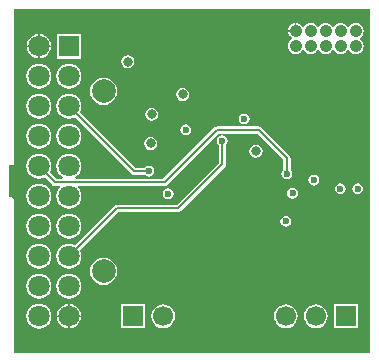
<source format=gbl>
%FSLAX43Y43*%
%MOMM*%
G71*
G01*
G75*
G04 Layer_Physical_Order=4*
G04 Layer_Color=16711680*
%ADD10R,0.650X0.500*%
%ADD11R,1.600X1.000*%
%ADD12R,2.500X3.000*%
%ADD13R,0.675X0.250*%
%ADD14R,0.250X0.675*%
%ADD15R,1.500X1.100*%
%ADD16R,0.400X0.400*%
%ADD17R,1.400X0.600*%
%ADD18R,0.650X0.800*%
%ADD19R,1.000X0.950*%
%ADD20R,0.600X0.900*%
%ADD21R,0.800X0.650*%
%ADD22R,0.500X0.650*%
%ADD23R,0.900X0.600*%
%ADD24C,0.254*%
%ADD25C,0.200*%
%ADD26C,0.300*%
%ADD27C,0.250*%
%ADD28C,1.700*%
%ADD29R,1.700X1.700*%
%ADD30C,1.800*%
%ADD31R,1.800X1.800*%
%ADD32C,1.050*%
%ADD33C,2.000*%
%ADD34C,0.600*%
%ADD35C,1.016*%
%ADD36C,1.600*%
G04:AMPARAMS|DCode=37|XSize=2.524mm|YSize=2.524mm|CornerRadius=0mm|HoleSize=0mm|Usage=FLASHONLY|Rotation=0.000|XOffset=0mm|YOffset=0mm|HoleType=Round|Shape=Relief|Width=0.254mm|Gap=0.254mm|Entries=4|*
%AMTHD37*
7,0,0,2.524,2.016,0.254,45*
%
%ADD37THD37*%
G04:AMPARAMS|DCode=38|XSize=1.45mm|YSize=1.45mm|CornerRadius=0mm|HoleSize=0mm|Usage=FLASHONLY|Rotation=0.000|XOffset=0mm|YOffset=0mm|HoleType=Round|Shape=Relief|Width=0.2mm|Gap=0.2mm|Entries=4|*
%AMTHD38*
7,0,0,1.450,1.050,0.200,45*
%
%ADD38THD38*%
%ADD39C,1.250*%
%ADD40C,2.600*%
%ADD41C,0.900*%
%ADD42C,0.800*%
G36*
X30596Y429D02*
X404D01*
Y13450D01*
X388Y13528D01*
X344Y13594D01*
X278Y13638D01*
X200Y13654D01*
X0D01*
Y16346D01*
X200D01*
X278Y16362D01*
X344Y16406D01*
X388Y16472D01*
X404Y16550D01*
Y29596D01*
X30596D01*
Y429D01*
D02*
G37*
%LPC*%
G36*
X2530Y12249D02*
X2256Y12213D01*
X2000Y12107D01*
X1781Y11939D01*
X1613Y11720D01*
X1507Y11464D01*
X1471Y11190D01*
X1507Y10916D01*
X1613Y10660D01*
X1781Y10441D01*
X2000Y10273D01*
X2256Y10167D01*
X2530Y10131D01*
X2804Y10167D01*
X3060Y10273D01*
X3279Y10441D01*
X3447Y10660D01*
X3553Y10916D01*
X3589Y11190D01*
X3553Y11464D01*
X3447Y11720D01*
X3279Y11939D01*
X3060Y12107D01*
X2804Y12213D01*
X2530Y12249D01*
D02*
G37*
G36*
X5070D02*
X4796Y12213D01*
X4540Y12107D01*
X4321Y11939D01*
X4153Y11720D01*
X4047Y11464D01*
X4011Y11190D01*
X4047Y10916D01*
X4153Y10660D01*
X4321Y10441D01*
X4540Y10273D01*
X4796Y10167D01*
X5070Y10131D01*
X5344Y10167D01*
X5600Y10273D01*
X5819Y10441D01*
X5987Y10660D01*
X6093Y10916D01*
X6129Y11190D01*
X6093Y11464D01*
X5987Y11720D01*
X5819Y11939D01*
X5600Y12107D01*
X5344Y12213D01*
X5070Y12249D01*
D02*
G37*
G36*
X2530Y9709D02*
X2256Y9673D01*
X2000Y9567D01*
X1781Y9399D01*
X1613Y9180D01*
X1507Y8924D01*
X1471Y8650D01*
X1507Y8376D01*
X1613Y8120D01*
X1781Y7901D01*
X2000Y7733D01*
X2256Y7627D01*
X2530Y7591D01*
X2804Y7627D01*
X3060Y7733D01*
X3279Y7901D01*
X3447Y8120D01*
X3553Y8376D01*
X3589Y8650D01*
X3553Y8924D01*
X3447Y9180D01*
X3279Y9399D01*
X3060Y9567D01*
X2804Y9673D01*
X2530Y9709D01*
D02*
G37*
G36*
X5070Y7169D02*
X4796Y7133D01*
X4540Y7027D01*
X4321Y6859D01*
X4153Y6640D01*
X4047Y6384D01*
X4011Y6110D01*
X4047Y5836D01*
X4153Y5580D01*
X4321Y5361D01*
X4540Y5193D01*
X4796Y5087D01*
X5070Y5051D01*
X5344Y5087D01*
X5600Y5193D01*
X5819Y5361D01*
X5987Y5580D01*
X6093Y5836D01*
X6129Y6110D01*
X6093Y6384D01*
X5987Y6640D01*
X5819Y6859D01*
X5600Y7027D01*
X5344Y7133D01*
X5070Y7169D01*
D02*
G37*
G36*
X8000Y8540D02*
X7700Y8500D01*
X7420Y8385D01*
X7180Y8200D01*
X6995Y7960D01*
X6880Y7680D01*
X6840Y7380D01*
X6880Y7080D01*
X6995Y6800D01*
X7180Y6560D01*
X7420Y6375D01*
X7700Y6260D01*
X8000Y6220D01*
X8300Y6260D01*
X8580Y6375D01*
X8820Y6560D01*
X9005Y6800D01*
X9120Y7080D01*
X9160Y7380D01*
X9120Y7680D01*
X9005Y7960D01*
X8820Y8200D01*
X8580Y8385D01*
X8300Y8500D01*
X8000Y8540D01*
D02*
G37*
G36*
X23425Y12059D02*
X23249Y12024D01*
X23101Y11924D01*
X23001Y11776D01*
X22966Y11600D01*
X23001Y11424D01*
X23101Y11276D01*
X23249Y11176D01*
X23425Y11141D01*
X23601Y11176D01*
X23749Y11276D01*
X23849Y11424D01*
X23884Y11600D01*
X23849Y11776D01*
X23749Y11924D01*
X23601Y12024D01*
X23425Y12059D01*
D02*
G37*
G36*
X24000Y14434D02*
X23824Y14399D01*
X23676Y14299D01*
X23576Y14151D01*
X23541Y13975D01*
X23576Y13799D01*
X23676Y13651D01*
X23824Y13551D01*
X24000Y13516D01*
X24176Y13551D01*
X24324Y13651D01*
X24424Y13799D01*
X24459Y13975D01*
X24424Y14151D01*
X24324Y14299D01*
X24176Y14399D01*
X24000Y14434D01*
D02*
G37*
G36*
X28050Y14834D02*
X27874Y14799D01*
X27726Y14699D01*
X27626Y14551D01*
X27591Y14375D01*
X27626Y14199D01*
X27726Y14051D01*
X27874Y13951D01*
X28050Y13916D01*
X28226Y13951D01*
X28374Y14051D01*
X28474Y14199D01*
X28509Y14375D01*
X28474Y14551D01*
X28374Y14699D01*
X28226Y14799D01*
X28050Y14834D01*
D02*
G37*
G36*
X13475Y14409D02*
X13299Y14374D01*
X13151Y14274D01*
X13051Y14126D01*
X13016Y13950D01*
X13051Y13774D01*
X13151Y13626D01*
X13299Y13526D01*
X13475Y13491D01*
X13651Y13526D01*
X13799Y13626D01*
X13899Y13774D01*
X13934Y13950D01*
X13899Y14126D01*
X13799Y14274D01*
X13651Y14374D01*
X13475Y14409D01*
D02*
G37*
G36*
X18050Y18909D02*
X17874Y18874D01*
X17726Y18774D01*
X17626Y18626D01*
X17591Y18450D01*
X17626Y18274D01*
X17726Y18126D01*
X17744Y18113D01*
Y16577D01*
X14188Y13021D01*
X9135D01*
X9018Y12998D01*
X8978Y12971D01*
X8919Y12931D01*
X8919Y12931D01*
X5568Y9580D01*
X5344Y9673D01*
X5070Y9709D01*
X4796Y9673D01*
X4540Y9567D01*
X4321Y9399D01*
X4153Y9180D01*
X4047Y8924D01*
X4011Y8650D01*
X4047Y8376D01*
X4153Y8120D01*
X4321Y7901D01*
X4540Y7733D01*
X4796Y7627D01*
X5070Y7591D01*
X5344Y7627D01*
X5600Y7733D01*
X5819Y7901D01*
X5987Y8120D01*
X6093Y8376D01*
X6129Y8650D01*
X6093Y8924D01*
X6000Y9148D01*
X9262Y12409D01*
X14315D01*
X14315Y12409D01*
X14432Y12432D01*
X14531Y12499D01*
X18266Y16234D01*
X18333Y16333D01*
X18356Y16450D01*
X18356Y16450D01*
Y18113D01*
X18374Y18126D01*
X18474Y18274D01*
X18509Y18450D01*
X18474Y18626D01*
X18374Y18774D01*
X18226Y18874D01*
X18050Y18909D01*
D02*
G37*
G36*
X2530Y14789D02*
X2256Y14753D01*
X2000Y14647D01*
X1781Y14479D01*
X1613Y14260D01*
X1507Y14004D01*
X1471Y13730D01*
X1507Y13456D01*
X1613Y13200D01*
X1781Y12981D01*
X2000Y12813D01*
X2256Y12707D01*
X2530Y12671D01*
X2804Y12707D01*
X3060Y12813D01*
X3279Y12981D01*
X3447Y13200D01*
X3553Y13456D01*
X3589Y13730D01*
X3553Y14004D01*
X3447Y14260D01*
X3279Y14479D01*
X3060Y14647D01*
X2804Y14753D01*
X2530Y14789D01*
D02*
G37*
G36*
X23435Y4579D02*
X23174Y4544D01*
X22931Y4443D01*
X22722Y4283D01*
X22562Y4074D01*
X22461Y3831D01*
X22426Y3570D01*
X22461Y3309D01*
X22562Y3066D01*
X22722Y2857D01*
X22931Y2697D01*
X23174Y2596D01*
X23435Y2561D01*
X23696Y2596D01*
X23939Y2697D01*
X24148Y2857D01*
X24309Y3066D01*
X24409Y3309D01*
X24444Y3570D01*
X24409Y3831D01*
X24309Y4074D01*
X24148Y4283D01*
X23939Y4443D01*
X23696Y4544D01*
X23435Y4579D01*
D02*
G37*
G36*
X25975D02*
X25714Y4544D01*
X25471Y4443D01*
X25262Y4283D01*
X25101Y4074D01*
X25001Y3831D01*
X24966Y3570D01*
X25001Y3309D01*
X25101Y3066D01*
X25262Y2857D01*
X25471Y2697D01*
X25714Y2596D01*
X25975Y2561D01*
X26236Y2596D01*
X26479Y2697D01*
X26688Y2857D01*
X26848Y3066D01*
X26949Y3309D01*
X26984Y3570D01*
X26949Y3831D01*
X26848Y4074D01*
X26688Y4283D01*
X26479Y4443D01*
X26236Y4544D01*
X25975Y4579D01*
D02*
G37*
G36*
X6096Y3507D02*
X5133D01*
Y2544D01*
X5338Y2571D01*
X5587Y2675D01*
X5801Y2839D01*
X5965Y3053D01*
X6069Y3302D01*
X6096Y3507D01*
D02*
G37*
G36*
X2530Y4629D02*
X2256Y4593D01*
X2000Y4487D01*
X1781Y4319D01*
X1613Y4100D01*
X1507Y3844D01*
X1471Y3570D01*
X1507Y3296D01*
X1613Y3040D01*
X1781Y2821D01*
X2000Y2653D01*
X2256Y2547D01*
X2530Y2511D01*
X2804Y2547D01*
X3060Y2653D01*
X3279Y2821D01*
X3447Y3040D01*
X3553Y3296D01*
X3589Y3570D01*
X3553Y3844D01*
X3447Y4100D01*
X3279Y4319D01*
X3060Y4487D01*
X2804Y4593D01*
X2530Y4629D01*
D02*
G37*
G36*
X5008Y3507D02*
X4044D01*
X4071Y3302D01*
X4175Y3053D01*
X4339Y2839D01*
X4553Y2675D01*
X4802Y2571D01*
X5008Y2544D01*
Y3507D01*
D02*
G37*
G36*
X13045Y4579D02*
X12784Y4544D01*
X12541Y4444D01*
X12332Y4283D01*
X12172Y4074D01*
X12071Y3831D01*
X12036Y3570D01*
X12071Y3309D01*
X12172Y3066D01*
X12332Y2857D01*
X12541Y2697D01*
X12784Y2596D01*
X13045Y2561D01*
X13306Y2596D01*
X13549Y2697D01*
X13758Y2857D01*
X13918Y3066D01*
X14019Y3309D01*
X14054Y3570D01*
X14019Y3831D01*
X13918Y4074D01*
X13758Y4283D01*
X13549Y4444D01*
X13306Y4544D01*
X13045Y4579D01*
D02*
G37*
G36*
X5133Y4596D02*
Y3632D01*
X6096D01*
X6069Y3838D01*
X5965Y4087D01*
X5801Y4301D01*
X5587Y4465D01*
X5338Y4569D01*
X5133Y4596D01*
D02*
G37*
G36*
X2530Y7169D02*
X2256Y7133D01*
X2000Y7027D01*
X1781Y6859D01*
X1613Y6640D01*
X1507Y6384D01*
X1471Y6110D01*
X1507Y5836D01*
X1613Y5580D01*
X1781Y5361D01*
X2000Y5193D01*
X2256Y5087D01*
X2530Y5051D01*
X2804Y5087D01*
X3060Y5193D01*
X3279Y5361D01*
X3447Y5580D01*
X3553Y5836D01*
X3589Y6110D01*
X3553Y6384D01*
X3447Y6640D01*
X3279Y6859D01*
X3060Y7027D01*
X2804Y7133D01*
X2530Y7169D01*
D02*
G37*
G36*
X5008Y4596D02*
X4802Y4569D01*
X4553Y4465D01*
X4339Y4301D01*
X4175Y4087D01*
X4071Y3838D01*
X4044Y3632D01*
X5008D01*
Y4596D01*
D02*
G37*
G36*
X29515Y4570D02*
X27515D01*
Y2570D01*
X29515D01*
Y4570D01*
D02*
G37*
G36*
X11505Y4570D02*
X9505D01*
Y2570D01*
X11505D01*
Y4570D01*
D02*
G37*
G36*
X29515Y14834D02*
X29339Y14799D01*
X29191Y14699D01*
X29091Y14551D01*
X29056Y14375D01*
X29091Y14199D01*
X29191Y14051D01*
X29339Y13951D01*
X29515Y13916D01*
X29691Y13951D01*
X29839Y14051D01*
X29939Y14199D01*
X29974Y14375D01*
X29939Y14551D01*
X29839Y14699D01*
X29691Y14799D01*
X29515Y14834D01*
D02*
G37*
G36*
X10058Y25686D02*
X9843Y25643D01*
X9661Y25522D01*
X9540Y25340D01*
X9497Y25125D01*
X9540Y24910D01*
X9661Y24728D01*
X9843Y24607D01*
X10058Y24564D01*
X10273Y24607D01*
X10454Y24728D01*
X10576Y24910D01*
X10619Y25125D01*
X10576Y25340D01*
X10454Y25522D01*
X10273Y25643D01*
X10058Y25686D01*
D02*
G37*
G36*
X6120Y27480D02*
X4020D01*
Y25380D01*
X6120D01*
Y27480D01*
D02*
G37*
G36*
X5070Y24949D02*
X4796Y24913D01*
X4540Y24807D01*
X4321Y24639D01*
X4153Y24420D01*
X4047Y24164D01*
X4011Y23890D01*
X4047Y23616D01*
X4153Y23360D01*
X4321Y23141D01*
X4540Y22973D01*
X4796Y22867D01*
X5070Y22831D01*
X5344Y22867D01*
X5600Y22973D01*
X5819Y23141D01*
X5987Y23360D01*
X6093Y23616D01*
X6129Y23890D01*
X6093Y24164D01*
X5987Y24420D01*
X5819Y24639D01*
X5600Y24807D01*
X5344Y24913D01*
X5070Y24949D01*
D02*
G37*
G36*
X14700Y22911D02*
X14485Y22868D01*
X14303Y22747D01*
X14182Y22565D01*
X14139Y22350D01*
X14182Y22135D01*
X14303Y21953D01*
X14485Y21832D01*
X14700Y21789D01*
X14915Y21832D01*
X15097Y21953D01*
X15218Y22135D01*
X15261Y22350D01*
X15218Y22565D01*
X15097Y22747D01*
X14915Y22868D01*
X14700Y22911D01*
D02*
G37*
G36*
X2530Y24949D02*
X2256Y24913D01*
X2000Y24807D01*
X1781Y24639D01*
X1613Y24420D01*
X1507Y24164D01*
X1471Y23890D01*
X1507Y23616D01*
X1613Y23360D01*
X1781Y23141D01*
X2000Y22973D01*
X2256Y22867D01*
X2530Y22831D01*
X2804Y22867D01*
X3060Y22973D01*
X3279Y23141D01*
X3447Y23360D01*
X3553Y23616D01*
X3589Y23890D01*
X3553Y24164D01*
X3447Y24420D01*
X3279Y24639D01*
X3060Y24807D01*
X2804Y24913D01*
X2530Y24949D01*
D02*
G37*
G36*
X2467Y26368D02*
X1504D01*
X1531Y26162D01*
X1635Y25913D01*
X1799Y25699D01*
X2013Y25535D01*
X2262Y25431D01*
X2467Y25404D01*
Y26368D01*
D02*
G37*
G36*
X24198Y28382D02*
X24090Y28368D01*
X23932Y28303D01*
X23796Y28199D01*
X23692Y28063D01*
X23627Y27905D01*
X23613Y27798D01*
X24198D01*
Y28382D01*
D02*
G37*
G36*
X29340Y28416D02*
X29164Y28393D01*
X29000Y28325D01*
X28859Y28216D01*
X28753Y28078D01*
X28626Y28078D01*
X28534Y28199D01*
X28398Y28303D01*
X28240Y28368D01*
X28132Y28382D01*
Y27735D01*
X28007D01*
Y28382D01*
X27900Y28368D01*
X27742Y28303D01*
X27606Y28199D01*
X27502Y28063D01*
X27499Y28054D01*
X27372D01*
X27368Y28063D01*
X27264Y28199D01*
X27128Y28303D01*
X26970Y28368D01*
X26862Y28382D01*
Y27735D01*
X26737D01*
Y28382D01*
X26630Y28368D01*
X26472Y28303D01*
X26336Y28199D01*
X26244Y28078D01*
X26117Y28078D01*
X26011Y28216D01*
X25870Y28325D01*
X25706Y28393D01*
X25530Y28416D01*
X25354Y28393D01*
X25190Y28325D01*
X25049Y28216D01*
X24943Y28078D01*
X24816Y28078D01*
X24724Y28199D01*
X24588Y28303D01*
X24430Y28368D01*
X24323Y28382D01*
Y27735D01*
X24260D01*
Y27673D01*
X23613D01*
X23627Y27565D01*
X23692Y27407D01*
X23796Y27271D01*
X23917Y27179D01*
Y27052D01*
X23779Y26946D01*
X23670Y26805D01*
X23602Y26641D01*
X23579Y26465D01*
X23602Y26289D01*
X23670Y26125D01*
X23779Y25984D01*
X23920Y25875D01*
X24084Y25807D01*
X24260Y25784D01*
X24436Y25807D01*
X24600Y25875D01*
X24741Y25984D01*
X24831Y26101D01*
X24958D01*
X25049Y25984D01*
X25190Y25875D01*
X25354Y25807D01*
X25530Y25784D01*
X25706Y25807D01*
X25870Y25875D01*
X26011Y25984D01*
X26101Y26101D01*
X26229D01*
X26319Y25984D01*
X26460Y25875D01*
X26624Y25807D01*
X26800Y25784D01*
X26976Y25807D01*
X27140Y25875D01*
X27281Y25984D01*
X27372Y26101D01*
X27499D01*
X27589Y25984D01*
X27730Y25875D01*
X27894Y25807D01*
X28070Y25784D01*
X28246Y25807D01*
X28410Y25875D01*
X28551Y25984D01*
X28642Y26101D01*
X28768D01*
X28859Y25984D01*
X29000Y25875D01*
X29164Y25807D01*
X29340Y25784D01*
X29516Y25807D01*
X29680Y25875D01*
X29821Y25984D01*
X29930Y26125D01*
X29998Y26289D01*
X30021Y26465D01*
X29998Y26641D01*
X29930Y26805D01*
X29821Y26946D01*
X29704Y27037D01*
Y27163D01*
X29821Y27254D01*
X29930Y27395D01*
X29998Y27559D01*
X30021Y27735D01*
X29998Y27911D01*
X29930Y28075D01*
X29821Y28216D01*
X29680Y28325D01*
X29516Y28393D01*
X29340Y28416D01*
D02*
G37*
G36*
X2592Y27456D02*
Y26493D01*
X3556D01*
X3529Y26698D01*
X3425Y26947D01*
X3261Y27161D01*
X3047Y27325D01*
X2798Y27429D01*
X2592Y27456D01*
D02*
G37*
G36*
X3556Y26368D02*
X2592D01*
Y25404D01*
X2798Y25431D01*
X3047Y25535D01*
X3261Y25699D01*
X3425Y25913D01*
X3529Y26162D01*
X3556Y26368D01*
D02*
G37*
G36*
X2467Y27456D02*
X2262Y27429D01*
X2013Y27325D01*
X1799Y27161D01*
X1635Y26947D01*
X1531Y26698D01*
X1504Y26493D01*
X2467D01*
Y27456D01*
D02*
G37*
G36*
X8000Y23780D02*
X7700Y23740D01*
X7420Y23625D01*
X7180Y23440D01*
X6995Y23200D01*
X6880Y22920D01*
X6840Y22620D01*
X6880Y22320D01*
X6995Y22040D01*
X7180Y21800D01*
X7420Y21615D01*
X7700Y21500D01*
X8000Y21460D01*
X8300Y21500D01*
X8580Y21615D01*
X8820Y21800D01*
X9005Y22040D01*
X9120Y22320D01*
X9160Y22620D01*
X9120Y22920D01*
X9005Y23200D01*
X8820Y23440D01*
X8580Y23625D01*
X8300Y23740D01*
X8000Y23780D01*
D02*
G37*
G36*
X20900Y18105D02*
X20685Y18062D01*
X20503Y17940D01*
X20382Y17758D01*
X20339Y17544D01*
X20382Y17329D01*
X20503Y17147D01*
X20685Y17026D01*
X20900Y16983D01*
X21115Y17026D01*
X21297Y17147D01*
X21418Y17329D01*
X21461Y17544D01*
X21418Y17758D01*
X21297Y17940D01*
X21115Y18062D01*
X20900Y18105D01*
D02*
G37*
G36*
X12000Y18761D02*
X11786Y18718D01*
X11604Y18597D01*
X11482Y18415D01*
X11439Y18200D01*
X11482Y17985D01*
X11604Y17803D01*
X11786Y17682D01*
X12000Y17639D01*
X12215Y17682D01*
X12397Y17803D01*
X12518Y17985D01*
X12561Y18200D01*
X12518Y18415D01*
X12397Y18597D01*
X12215Y18718D01*
X12000Y18761D01*
D02*
G37*
G36*
X5070Y22409D02*
X4796Y22373D01*
X4540Y22267D01*
X4321Y22099D01*
X4153Y21880D01*
X4047Y21624D01*
X4011Y21350D01*
X4047Y21076D01*
X4153Y20820D01*
X4321Y20601D01*
X4540Y20433D01*
X4796Y20327D01*
X5070Y20291D01*
X5344Y20327D01*
X5568Y20420D01*
X10354Y15634D01*
X10354Y15634D01*
X10413Y15594D01*
X10453Y15567D01*
X10570Y15544D01*
X11513D01*
X11526Y15526D01*
X11674Y15426D01*
X11850Y15391D01*
X12026Y15426D01*
X12174Y15526D01*
X12274Y15674D01*
X12309Y15850D01*
X12274Y16026D01*
X12174Y16174D01*
X12026Y16274D01*
X11850Y16309D01*
X11674Y16274D01*
X11526Y16174D01*
X11513Y16156D01*
X10697D01*
X6000Y20852D01*
X6093Y21076D01*
X6129Y21350D01*
X6093Y21624D01*
X5987Y21880D01*
X5819Y22099D01*
X5600Y22267D01*
X5344Y22373D01*
X5070Y22409D01*
D02*
G37*
G36*
X25800Y15559D02*
X25624Y15524D01*
X25476Y15424D01*
X25376Y15276D01*
X25341Y15100D01*
X25376Y14924D01*
X25476Y14776D01*
X25624Y14676D01*
X25800Y14641D01*
X25976Y14676D01*
X26124Y14776D01*
X26224Y14924D01*
X26259Y15100D01*
X26224Y15276D01*
X26124Y15424D01*
X25976Y15524D01*
X25800Y15559D01*
D02*
G37*
G36*
X21150Y19656D02*
X21150Y19656D01*
X17600D01*
X17483Y19633D01*
X17384Y19566D01*
X17384Y19566D01*
X13048Y15231D01*
X5650D01*
X5600Y15353D01*
X5819Y15521D01*
X5987Y15740D01*
X6093Y15996D01*
X6129Y16270D01*
X6093Y16544D01*
X5987Y16800D01*
X5819Y17019D01*
X5600Y17187D01*
X5344Y17293D01*
X5070Y17329D01*
X4796Y17293D01*
X4540Y17187D01*
X4321Y17019D01*
X4153Y16800D01*
X4047Y16544D01*
X4011Y16270D01*
X4047Y15996D01*
X4153Y15740D01*
X4321Y15521D01*
X4540Y15353D01*
X4490Y15231D01*
X4002D01*
X3460Y15772D01*
X3553Y15996D01*
X3589Y16270D01*
X3553Y16544D01*
X3447Y16800D01*
X3279Y17019D01*
X3060Y17187D01*
X2804Y17293D01*
X2530Y17329D01*
X2256Y17293D01*
X2000Y17187D01*
X1781Y17019D01*
X1613Y16800D01*
X1507Y16544D01*
X1471Y16270D01*
X1507Y15996D01*
X1613Y15740D01*
X1781Y15521D01*
X2000Y15353D01*
X2256Y15247D01*
X2530Y15211D01*
X2804Y15247D01*
X3028Y15340D01*
X3659Y14709D01*
X3659Y14709D01*
X3758Y14642D01*
X3758Y14642D01*
X3758Y14642D01*
D01*
X3758Y14642D01*
X3758Y14642D01*
X3875Y14619D01*
X3875Y14619D01*
X4306D01*
X4347Y14499D01*
X4321Y14479D01*
X4153Y14260D01*
X4047Y14004D01*
X4011Y13730D01*
X4047Y13456D01*
X4153Y13200D01*
X4321Y12981D01*
X4540Y12813D01*
X4796Y12707D01*
X5070Y12671D01*
X5344Y12707D01*
X5600Y12813D01*
X5819Y12981D01*
X5987Y13200D01*
X6093Y13456D01*
X6129Y13730D01*
X6093Y14004D01*
X5987Y14260D01*
X5819Y14479D01*
X5793Y14499D01*
X5834Y14619D01*
X13175D01*
X13175Y14619D01*
X13292Y14642D01*
X13391Y14709D01*
X17727Y19044D01*
X21023D01*
X23219Y16848D01*
Y15987D01*
X23201Y15974D01*
X23101Y15826D01*
X23066Y15650D01*
X23101Y15474D01*
X23201Y15326D01*
X23349Y15226D01*
X23525Y15191D01*
X23701Y15226D01*
X23849Y15326D01*
X23949Y15474D01*
X23984Y15650D01*
X23949Y15826D01*
X23849Y15974D01*
X23831Y15987D01*
Y16975D01*
X23831Y16975D01*
X23808Y17092D01*
X23741Y17191D01*
X21366Y19566D01*
X21267Y19633D01*
X21150Y19656D01*
D02*
G37*
G36*
X2530Y19869D02*
X2256Y19833D01*
X2000Y19727D01*
X1781Y19559D01*
X1613Y19340D01*
X1507Y19084D01*
X1471Y18810D01*
X1507Y18536D01*
X1613Y18280D01*
X1781Y18061D01*
X2000Y17893D01*
X2256Y17787D01*
X2530Y17751D01*
X2804Y17787D01*
X3060Y17893D01*
X3279Y18061D01*
X3447Y18280D01*
X3553Y18536D01*
X3589Y18810D01*
X3553Y19084D01*
X3447Y19340D01*
X3279Y19559D01*
X3060Y19727D01*
X2804Y19833D01*
X2530Y19869D01*
D02*
G37*
G36*
X12076Y21237D02*
X11861Y21194D01*
X11679Y21073D01*
X11558Y20891D01*
X11515Y20676D01*
X11558Y20461D01*
X11679Y20279D01*
X11861Y20158D01*
X12076Y20115D01*
X12291Y20158D01*
X12473Y20279D01*
X12594Y20461D01*
X12637Y20676D01*
X12594Y20891D01*
X12473Y21073D01*
X12291Y21194D01*
X12076Y21237D01*
D02*
G37*
G36*
X2530Y22409D02*
X2256Y22373D01*
X2000Y22267D01*
X1781Y22099D01*
X1613Y21880D01*
X1507Y21624D01*
X1471Y21350D01*
X1507Y21076D01*
X1613Y20820D01*
X1781Y20601D01*
X2000Y20433D01*
X2256Y20327D01*
X2530Y20291D01*
X2804Y20327D01*
X3060Y20433D01*
X3279Y20601D01*
X3447Y20820D01*
X3553Y21076D01*
X3589Y21350D01*
X3553Y21624D01*
X3447Y21880D01*
X3279Y22099D01*
X3060Y22267D01*
X2804Y22373D01*
X2530Y22409D01*
D02*
G37*
G36*
X19900Y20734D02*
X19724Y20699D01*
X19576Y20599D01*
X19476Y20451D01*
X19441Y20275D01*
X19476Y20099D01*
X19576Y19951D01*
X19724Y19851D01*
X19900Y19816D01*
X20076Y19851D01*
X20224Y19951D01*
X20324Y20099D01*
X20359Y20275D01*
X20324Y20451D01*
X20224Y20599D01*
X20076Y20699D01*
X19900Y20734D01*
D02*
G37*
G36*
X5070Y19869D02*
X4796Y19833D01*
X4540Y19727D01*
X4321Y19559D01*
X4153Y19340D01*
X4047Y19084D01*
X4011Y18810D01*
X4047Y18536D01*
X4153Y18280D01*
X4321Y18061D01*
X4540Y17893D01*
X4796Y17787D01*
X5070Y17751D01*
X5344Y17787D01*
X5600Y17893D01*
X5819Y18061D01*
X5987Y18280D01*
X6093Y18536D01*
X6129Y18810D01*
X6093Y19084D01*
X5987Y19340D01*
X5819Y19559D01*
X5600Y19727D01*
X5344Y19833D01*
X5070Y19869D01*
D02*
G37*
G36*
X14950Y19809D02*
X14774Y19774D01*
X14626Y19674D01*
X14526Y19526D01*
X14491Y19350D01*
X14526Y19174D01*
X14626Y19026D01*
X14774Y18926D01*
X14950Y18891D01*
X15126Y18926D01*
X15274Y19026D01*
X15374Y19174D01*
X15409Y19350D01*
X15374Y19526D01*
X15274Y19674D01*
X15126Y19774D01*
X14950Y19809D01*
D02*
G37*
%LPD*%
D25*
X10570Y15850D02*
X11850D01*
X5070Y21350D02*
X10570Y15850D01*
X5070Y8650D02*
X9135Y12715D01*
X18050Y16450D02*
Y18450D01*
X14315Y12715D02*
X18050Y16450D01*
X9135Y12715D02*
X14315D01*
X23525Y15650D02*
Y16975D01*
X21150Y19350D02*
X23525Y16975D01*
X17600Y19350D02*
X21150D01*
X2530Y16270D02*
X3875Y14925D01*
X13175D01*
X17600Y19350D01*
D28*
X23435Y3570D02*
D03*
X25975D02*
D03*
X13045Y3570D02*
D03*
D29*
X28515Y3570D02*
D03*
X10505Y3570D02*
D03*
D30*
X2530Y26430D02*
D03*
X5070Y21350D02*
D03*
X2530D02*
D03*
Y23890D02*
D03*
X5070D02*
D03*
X2530Y3570D02*
D03*
Y6110D02*
D03*
X5070D02*
D03*
X2530Y13730D02*
D03*
X5070Y11190D02*
D03*
X2530D02*
D03*
Y8650D02*
D03*
X5070Y13730D02*
D03*
Y8650D02*
D03*
Y16270D02*
D03*
X2530Y18810D02*
D03*
X5070D02*
D03*
X2530Y16270D02*
D03*
X5070Y3570D02*
D03*
D31*
Y26430D02*
D03*
D32*
X24260Y27735D02*
D03*
Y26465D02*
D03*
X29340D02*
D03*
X28070D02*
D03*
X26800D02*
D03*
X25530D02*
D03*
Y27735D02*
D03*
X26800D02*
D03*
X28070D02*
D03*
X29340D02*
D03*
D33*
X8000Y7380D02*
D03*
Y22620D02*
D03*
D34*
X25800Y15100D02*
D03*
X23125Y13675D02*
D03*
X24000Y13975D02*
D03*
X14950Y19350D02*
D03*
X20625Y9750D02*
D03*
X6675Y16075D02*
D03*
X11850Y15850D02*
D03*
X29515Y14375D02*
D03*
X28050D02*
D03*
X23425Y11600D02*
D03*
X29515Y8635D02*
D03*
X28050D02*
D03*
X9725Y9100D02*
D03*
X20400Y14250D02*
D03*
X24950Y14000D02*
D03*
X18675Y14750D02*
D03*
X13575Y16150D02*
D03*
X23525Y15650D02*
D03*
X13475Y13950D02*
D03*
X16812Y16562D02*
D03*
X18050Y18450D02*
D03*
X19900Y20275D02*
D03*
X18875Y19900D02*
D03*
X20400Y15700D02*
D03*
X26675Y11950D02*
D03*
X7750Y5175D02*
D03*
X8450Y26600D02*
D03*
X11575Y28725D02*
D03*
X12850Y24375D02*
D03*
D42*
X20900Y17544D02*
D03*
X14700Y22350D02*
D03*
X12000Y18200D02*
D03*
X12076Y20676D02*
D03*
X10058Y25125D02*
D03*
M02*

</source>
